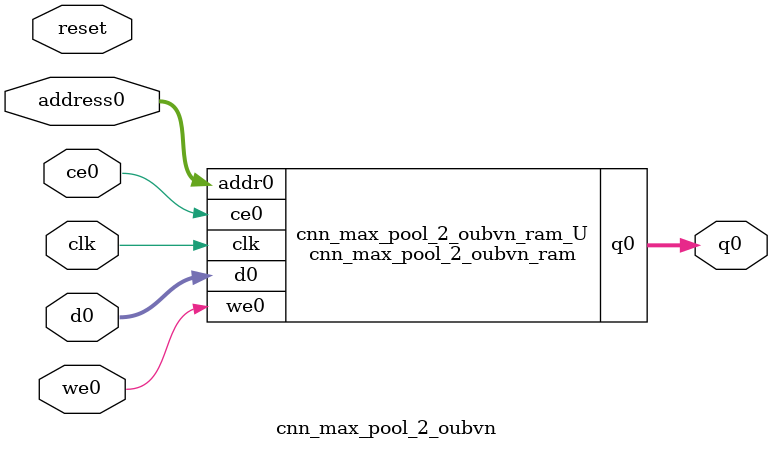
<source format=v>
`timescale 1 ns / 1 ps
module cnn_max_pool_2_oubvn_ram (addr0, ce0, d0, we0, q0,  clk);

parameter DWIDTH = 14;
parameter AWIDTH = 9;
parameter MEM_SIZE = 400;

input[AWIDTH-1:0] addr0;
input ce0;
input[DWIDTH-1:0] d0;
input we0;
output reg[DWIDTH-1:0] q0;
input clk;

(* ram_style = "block" *)reg [DWIDTH-1:0] ram[0:MEM_SIZE-1];




always @(posedge clk)  
begin 
    if (ce0) 
    begin
        if (we0) 
        begin 
            ram[addr0] <= d0; 
        end 
        q0 <= ram[addr0];
    end
end


endmodule

`timescale 1 ns / 1 ps
module cnn_max_pool_2_oubvn(
    reset,
    clk,
    address0,
    ce0,
    we0,
    d0,
    q0);

parameter DataWidth = 32'd14;
parameter AddressRange = 32'd400;
parameter AddressWidth = 32'd9;
input reset;
input clk;
input[AddressWidth - 1:0] address0;
input ce0;
input we0;
input[DataWidth - 1:0] d0;
output[DataWidth - 1:0] q0;



cnn_max_pool_2_oubvn_ram cnn_max_pool_2_oubvn_ram_U(
    .clk( clk ),
    .addr0( address0 ),
    .ce0( ce0 ),
    .we0( we0 ),
    .d0( d0 ),
    .q0( q0 ));

endmodule


</source>
